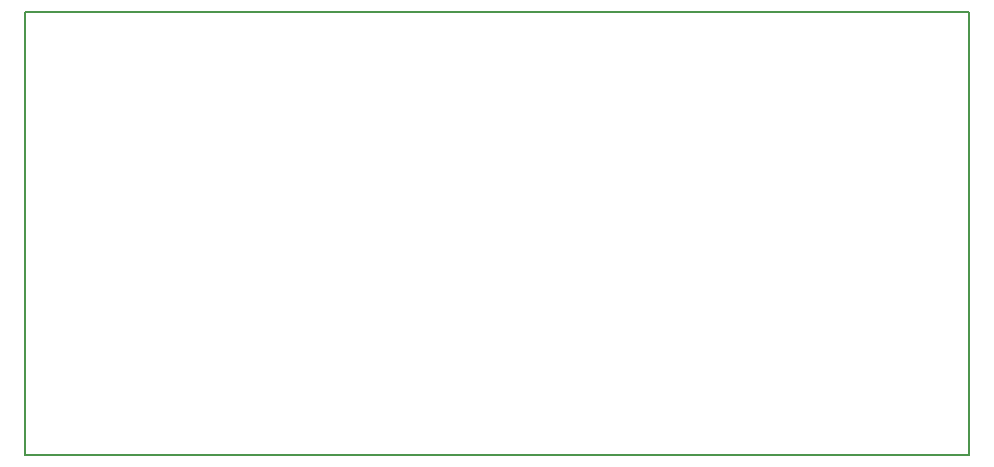
<source format=gbr>
G04 #@! TF.GenerationSoftware,KiCad,Pcbnew,(5.1.7-0-10_14)*
G04 #@! TF.CreationDate,2021-05-07T19:31:10+02:00*
G04 #@! TF.ProjectId,National Keyboard Mux Board,4e617469-6f6e-4616-9c20-4b6579626f61,rev?*
G04 #@! TF.SameCoordinates,Original*
G04 #@! TF.FileFunction,Paste,Bot*
G04 #@! TF.FilePolarity,Positive*
%FSLAX46Y46*%
G04 Gerber Fmt 4.6, Leading zero omitted, Abs format (unit mm)*
G04 Created by KiCad (PCBNEW (5.1.7-0-10_14)) date 2021-05-07 19:31:10*
%MOMM*%
%LPD*%
G01*
G04 APERTURE LIST*
G04 #@! TA.AperFunction,Profile*
%ADD10C,0.150000*%
G04 #@! TD*
G04 APERTURE END LIST*
D10*
X70000000Y-102250000D02*
X70000000Y-64750000D01*
X150000000Y-102250000D02*
X70000000Y-102250000D01*
X150000000Y-64750000D02*
X150000000Y-102250000D01*
X70000000Y-64750000D02*
X150000000Y-64750000D01*
M02*

</source>
